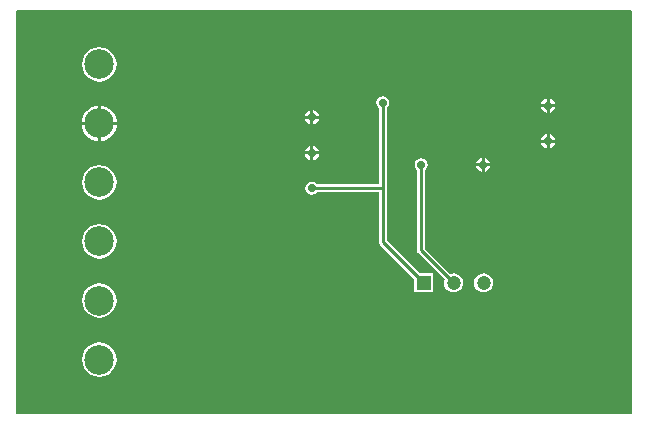
<source format=gbl>
%FSLAX25Y25*%
%MOIN*%
G70*
G01*
G75*
G04 Layer_Physical_Order=2*
G04 Layer_Color=16711680*
%ADD10O,0.08661X0.02362*%
%ADD11R,0.03937X0.05709*%
%ADD12R,0.05709X0.02165*%
%ADD13C,0.01000*%
%ADD14C,0.00787*%
%ADD15R,0.04724X0.04724*%
%ADD16C,0.04724*%
%ADD17C,0.09843*%
%ADD18C,0.02756*%
G36*
X255906Y51181D02*
X51181D01*
Y185039D01*
X255906D01*
Y51181D01*
D02*
G37*
%LPC*%
G36*
X207193Y136183D02*
Y134358D01*
X209018D01*
X208933Y134786D01*
X208407Y135573D01*
X207621Y136098D01*
X207193Y136183D01*
D02*
G37*
G36*
X206193D02*
X205765Y136098D01*
X204978Y135573D01*
X204453Y134786D01*
X204368Y134358D01*
X206193D01*
Y136183D01*
D02*
G37*
G36*
X209018Y133358D02*
X207193D01*
Y131533D01*
X207621Y131618D01*
X208407Y132144D01*
X208933Y132930D01*
X209018Y133358D01*
D02*
G37*
G36*
X149106Y137295D02*
X147281D01*
X147366Y136867D01*
X147892Y136081D01*
X148679Y135555D01*
X149106Y135470D01*
Y137295D01*
D02*
G37*
G36*
X150106Y140120D02*
Y138295D01*
X151931D01*
X151846Y138723D01*
X151321Y139510D01*
X150534Y140035D01*
X150106Y140120D01*
D02*
G37*
G36*
X149106D02*
X148679Y140035D01*
X147892Y139510D01*
X147366Y138723D01*
X147281Y138295D01*
X149106D01*
Y140120D01*
D02*
G37*
G36*
X151931Y137295D02*
X150106D01*
Y135470D01*
X150534Y135555D01*
X151321Y136081D01*
X151846Y136867D01*
X151931Y137295D01*
D02*
G37*
G36*
X206193Y133358D02*
X204368D01*
X204453Y132930D01*
X204978Y132144D01*
X205765Y131618D01*
X206193Y131533D01*
Y133358D01*
D02*
G37*
G36*
X186024Y136066D02*
X185179Y135898D01*
X184462Y135419D01*
X183984Y134703D01*
X183816Y133858D01*
X183984Y133013D01*
X184462Y132297D01*
X184711Y132131D01*
Y105315D01*
X184811Y104813D01*
X185096Y104387D01*
X193896Y95586D01*
X193782Y95310D01*
X193674Y94488D01*
X193782Y93666D01*
X194099Y92900D01*
X194604Y92242D01*
X195262Y91737D01*
X196028Y91420D01*
X196850Y91311D01*
X197673Y91420D01*
X198439Y91737D01*
X199097Y92242D01*
X199602Y92900D01*
X199919Y93666D01*
X200027Y94488D01*
X199919Y95310D01*
X199602Y96077D01*
X199097Y96734D01*
X198439Y97239D01*
X197673Y97557D01*
X196850Y97665D01*
X196028Y97557D01*
X195752Y97443D01*
X187336Y105859D01*
Y132131D01*
X187585Y132297D01*
X188063Y133013D01*
X188231Y133858D01*
X188063Y134703D01*
X187585Y135419D01*
X186869Y135898D01*
X186024Y136066D01*
D02*
G37*
G36*
X78740Y94341D02*
X77250Y94144D01*
X75861Y93569D01*
X74669Y92654D01*
X73754Y91462D01*
X73178Y90073D01*
X72982Y88583D01*
X73178Y87092D01*
X73754Y85704D01*
X74669Y84511D01*
X75861Y83596D01*
X77250Y83021D01*
X78740Y82825D01*
X80230Y83021D01*
X81619Y83596D01*
X82812Y84511D01*
X83727Y85704D01*
X84302Y87092D01*
X84498Y88583D01*
X84302Y90073D01*
X83727Y91462D01*
X82812Y92654D01*
X81619Y93569D01*
X80230Y94144D01*
X78740Y94341D01*
D02*
G37*
G36*
Y74656D02*
X77250Y74459D01*
X75861Y73884D01*
X74669Y72969D01*
X73754Y71777D01*
X73178Y70388D01*
X72982Y68898D01*
X73178Y67407D01*
X73754Y66019D01*
X74669Y64826D01*
X75861Y63911D01*
X77250Y63336D01*
X78740Y63140D01*
X80230Y63336D01*
X81619Y63911D01*
X82812Y64826D01*
X83727Y66019D01*
X84302Y67407D01*
X84498Y68898D01*
X84302Y70388D01*
X83727Y71777D01*
X82812Y72969D01*
X81619Y73884D01*
X80230Y74459D01*
X78740Y74656D01*
D02*
G37*
G36*
X206850Y97665D02*
X206028Y97557D01*
X205262Y97239D01*
X204604Y96734D01*
X204099Y96077D01*
X203782Y95310D01*
X203674Y94488D01*
X203782Y93666D01*
X204099Y92900D01*
X204604Y92242D01*
X205262Y91737D01*
X206028Y91420D01*
X206850Y91311D01*
X207673Y91420D01*
X208439Y91737D01*
X209097Y92242D01*
X209602Y92900D01*
X209919Y93666D01*
X210027Y94488D01*
X209919Y95310D01*
X209602Y96077D01*
X209097Y96734D01*
X208439Y97239D01*
X207673Y97557D01*
X206850Y97665D01*
D02*
G37*
G36*
X173228Y156735D02*
X172383Y156567D01*
X171667Y156089D01*
X171189Y155372D01*
X171021Y154528D01*
X171189Y153683D01*
X171667Y152966D01*
X171916Y152800D01*
Y127297D01*
X151333D01*
X151167Y127545D01*
X150451Y128024D01*
X149606Y128192D01*
X148761Y128024D01*
X148045Y127545D01*
X147567Y126829D01*
X147398Y125984D01*
X147567Y125139D01*
X148045Y124423D01*
X148761Y123944D01*
X149606Y123776D01*
X150451Y123944D01*
X151167Y124423D01*
X151333Y124672D01*
X171916D01*
Y108110D01*
X172016Y107608D01*
X172300Y107182D01*
X183701Y95781D01*
Y91339D01*
X190000D01*
Y97638D01*
X185557D01*
X174541Y108654D01*
Y125984D01*
Y152800D01*
X174790Y152966D01*
X175268Y153683D01*
X175436Y154528D01*
X175268Y155372D01*
X174790Y156089D01*
X174073Y156567D01*
X173228Y156735D01*
D02*
G37*
G36*
X78740Y133711D02*
X77250Y133514D01*
X75861Y132939D01*
X74669Y132024D01*
X73754Y130832D01*
X73178Y129443D01*
X72982Y127953D01*
X73178Y126462D01*
X73754Y125074D01*
X74669Y123881D01*
X75861Y122966D01*
X77250Y122391D01*
X78740Y122195D01*
X80230Y122391D01*
X81619Y122966D01*
X82812Y123881D01*
X83727Y125074D01*
X84302Y126462D01*
X84498Y127953D01*
X84302Y129443D01*
X83727Y130832D01*
X82812Y132024D01*
X81619Y132939D01*
X80230Y133514D01*
X78740Y133711D01*
D02*
G37*
G36*
Y114026D02*
X77250Y113829D01*
X75861Y113254D01*
X74669Y112339D01*
X73754Y111147D01*
X73178Y109758D01*
X72982Y108268D01*
X73178Y106778D01*
X73754Y105389D01*
X74669Y104196D01*
X75861Y103281D01*
X77250Y102706D01*
X78740Y102510D01*
X80230Y102706D01*
X81619Y103281D01*
X82812Y104196D01*
X83727Y105389D01*
X84302Y106778D01*
X84498Y108268D01*
X84302Y109758D01*
X83727Y111147D01*
X82812Y112339D01*
X81619Y113254D01*
X80230Y113829D01*
X78740Y114026D01*
D02*
G37*
G36*
X227847Y141232D02*
X226021D01*
X226107Y140804D01*
X226632Y140018D01*
X227419Y139492D01*
X227847Y139407D01*
Y141232D01*
D02*
G37*
G36*
X150106Y151931D02*
Y150106D01*
X151931D01*
X151846Y150534D01*
X151321Y151321D01*
X150534Y151846D01*
X150106Y151931D01*
D02*
G37*
G36*
X227847Y153043D02*
X226021D01*
X226107Y152615D01*
X226632Y151829D01*
X227419Y151303D01*
X227847Y151218D01*
Y153043D01*
D02*
G37*
G36*
X79240Y153539D02*
Y148138D01*
X84641D01*
X84576Y148799D01*
X84237Y149915D01*
X83687Y150943D01*
X82947Y151845D01*
X82046Y152585D01*
X81017Y153135D01*
X79901Y153473D01*
X79240Y153539D01*
D02*
G37*
G36*
X149106Y151931D02*
X148679Y151846D01*
X147892Y151321D01*
X147366Y150534D01*
X147281Y150106D01*
X149106D01*
Y151931D01*
D02*
G37*
G36*
X228847Y155868D02*
Y154043D01*
X230672D01*
X230586Y154471D01*
X230061Y155258D01*
X229274Y155783D01*
X228847Y155868D01*
D02*
G37*
G36*
X78740Y173081D02*
X77250Y172885D01*
X75861Y172309D01*
X74669Y171394D01*
X73754Y170202D01*
X73178Y168813D01*
X72982Y167323D01*
X73178Y165833D01*
X73754Y164444D01*
X74669Y163251D01*
X75861Y162336D01*
X77250Y161761D01*
X78740Y161565D01*
X80230Y161761D01*
X81619Y162336D01*
X82812Y163251D01*
X83727Y164444D01*
X84302Y165833D01*
X84498Y167323D01*
X84302Y168813D01*
X83727Y170202D01*
X82812Y171394D01*
X81619Y172309D01*
X80230Y172885D01*
X78740Y173081D01*
D02*
G37*
G36*
X230672Y153043D02*
X228847D01*
Y151218D01*
X229274Y151303D01*
X230061Y151829D01*
X230586Y152615D01*
X230672Y153043D01*
D02*
G37*
G36*
X227847Y155868D02*
X227419Y155783D01*
X226632Y155258D01*
X226107Y154471D01*
X226021Y154043D01*
X227847D01*
Y155868D01*
D02*
G37*
G36*
X84641Y147138D02*
X79240D01*
Y141737D01*
X79901Y141802D01*
X81017Y142141D01*
X82046Y142691D01*
X82947Y143431D01*
X83687Y144332D01*
X84237Y145361D01*
X84576Y146477D01*
X84641Y147138D01*
D02*
G37*
G36*
X227847Y144057D02*
X227419Y143972D01*
X226632Y143447D01*
X226107Y142660D01*
X226021Y142232D01*
X227847D01*
Y144057D01*
D02*
G37*
G36*
X230672Y141232D02*
X228847D01*
Y139407D01*
X229274Y139492D01*
X230061Y140018D01*
X230586Y140804D01*
X230672Y141232D01*
D02*
G37*
G36*
X78240Y147138D02*
X72839D01*
X72905Y146477D01*
X73243Y145361D01*
X73793Y144332D01*
X74533Y143431D01*
X75435Y142691D01*
X76463Y142141D01*
X77579Y141802D01*
X78240Y141737D01*
Y147138D01*
D02*
G37*
G36*
X151931Y149106D02*
X150106D01*
Y147281D01*
X150534Y147366D01*
X151321Y147892D01*
X151846Y148679D01*
X151931Y149106D01*
D02*
G37*
G36*
X78240Y153539D02*
X77579Y153473D01*
X76463Y153135D01*
X75435Y152585D01*
X74533Y151845D01*
X73793Y150943D01*
X73243Y149915D01*
X72905Y148799D01*
X72839Y148138D01*
X78240D01*
Y153539D01*
D02*
G37*
G36*
X228847Y144057D02*
Y142232D01*
X230672D01*
X230586Y142660D01*
X230061Y143447D01*
X229274Y143972D01*
X228847Y144057D01*
D02*
G37*
G36*
X149106Y149106D02*
X147281D01*
X147366Y148679D01*
X147892Y147892D01*
X148679Y147366D01*
X149106Y147281D01*
Y149106D01*
D02*
G37*
%LPD*%
D13*
X173228Y125984D02*
Y154528D01*
Y108110D02*
Y125984D01*
Y108110D02*
X186850Y94488D01*
X186024Y105315D02*
Y133858D01*
Y105315D02*
X196850Y94488D01*
X149606Y125984D02*
X173228D01*
D14*
X51181Y51181D02*
Y185039D01*
Y51181D02*
X255906D01*
Y185039D01*
X51181D02*
X255906D01*
D15*
X186850Y94488D02*
D03*
D16*
X196850D02*
D03*
X206850D02*
D03*
D17*
X78740Y167323D02*
D03*
Y147638D02*
D03*
Y127953D02*
D03*
Y108268D02*
D03*
Y88583D02*
D03*
Y68898D02*
D03*
D18*
X173228Y154528D02*
D03*
X186024Y133858D02*
D03*
X206693D02*
D03*
X149606Y149606D02*
D03*
Y137795D02*
D03*
Y125984D02*
D03*
X228346Y141732D02*
D03*
Y153543D02*
D03*
M02*

</source>
